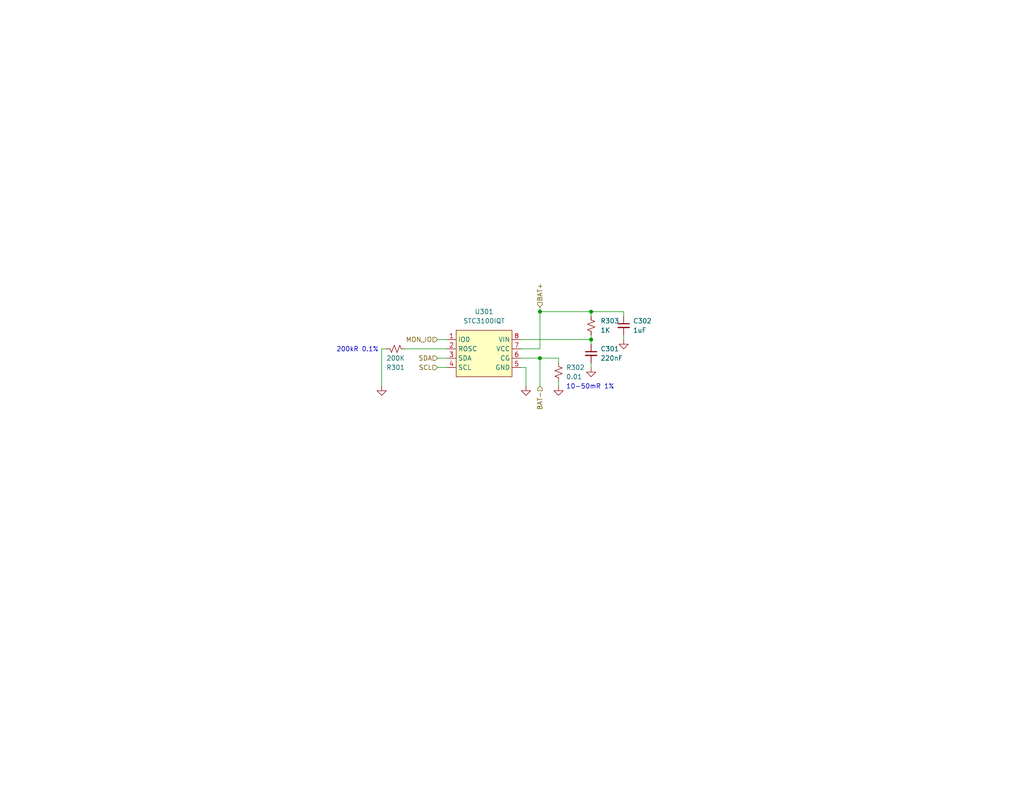
<source format=kicad_sch>
(kicad_sch (version 20231120) (generator "eeschema") (generator_version "8.0")
  (paper "USLetter")
  (title_block (title "BT Bike Light") (date "2024-08-24") (rev "A") (company "Embedded Shark, LLC") (comment 1 "Ben Owen"))
  (lib_symbols
    (symbol "Device:C_Small" (pin_numbers hide) (pin_names (offset 0.254) hide)
      (property "Reference" "C" (at 0.254 1.778 0))
      (property "Value" "C_Small" (at 0.254 -2.032 0))
      (symbol "C_Small_0_1"
        (polyline (pts (xy -1.524 -0.508) (xy 1.524 -0.508)) (stroke (width 0.3302)))
        (polyline (pts (xy -1.524 0.508) (xy 1.524 0.508)) (stroke (width 0.3048)))
      )
      (symbol "C_Small_1_1"
        (pin passive line (at 0 2.54 270) (length 2.032) (name "~") (number "1"))
        (pin passive line (at 0 -2.54 90) (length 2.032) (name "~") (number "2"))
      )
    )
    (symbol "Device:R_Small_US" (pin_numbers hide) (pin_names (offset 0.254) hide)
      (property "Reference" "R" (at 0.762 0.508 0))
      (property "Value" "R_Small_US" (at 0.762 -1.016 0))
      (symbol "R_Small_US_1_1"
        (polyline (pts (xy 0 0) (xy 1.016 -0.381) (xy 0 -0.762) (xy -1.016 -1.143) (xy 0 -1.524)))
        (polyline (pts (xy 0 1.524) (xy 1.016 1.143) (xy 0 0.762) (xy -1.016 0.381) (xy 0 0)))
        (pin passive line (at 0 2.54 270) (length 1.016) (name "~") (number "1"))
        (pin passive line (at 0 -2.54 90) (length 1.016) (name "~") (number "2"))
      )
    )
    (symbol "STMicroelectronics:STC3100"
      (property "Reference" "U" (at 0 7.62 0))
      (property "Value" "STC3100IQT" (at 0 9.652 0))
      (symbol "STC3100_1_1"
        (rectangle (start -7.62 6.35) (end 7.62 -6.35) (fill (type background)))
        (pin bidirectional line (at -10.16 3.81 0) (length 2.54) (name "IO0") (number "1"))
        (pin passive line (at -10.16 1.27 0) (length 2.54) (name "ROSC") (number "2"))
        (pin bidirectional line (at -10.16 -1.27 0) (length 2.54) (name "SDA") (number "3"))
        (pin bidirectional line (at -10.16 -3.81 0) (length 2.54) (name "SCL") (number "4"))
        (pin power_in line (at 10.16 -3.81 180) (length 2.54) (name "GND") (number "5"))
        (pin input line (at 10.16 -1.27 180) (length 2.54) (name "CG") (number "6"))
        (pin power_in line (at 10.16 1.27 180) (length 2.54) (name "VCC") (number "7"))
        (pin input line (at 10.16 3.81 180) (length 2.54) (name "VIN") (number "8"))
        (pin unspecified line (at 10.16 -3.81 180) (length 2.54) hide (name "EP") (number "9"))
      )
    )
    (symbol "power:GND" (power) (pin_numbers hide) (pin_names (offset 0) hide)
      (property "Value" "GND" (at 0 -3.81 0))
      (symbol "GND_0_1"
        (polyline (pts (xy 0 0) (xy 0 -1.27) (xy 1.27 -1.27) (xy 0 -2.54) (xy -1.27 -1.27) (xy 0 -1.27)))
      )
      (symbol "GND_1_1"
        (pin power_in line (at 0 0 270) (length 0) (name "~") (number "1"))
      )
    )
  )
  (junction (at 147.32 85.09))
  (junction (at 147.32 97.79))
  (junction (at 161.29 85.09))
  (junction (at 161.29 92.71))
  (wire (pts (xy 147.32 85.09) (xy 161.29 85.09)))
  (wire (pts (xy 142.24 92.71) (xy 161.29 92.71)))
  (wire (pts (xy 161.29 91.44) (xy 161.29 92.71)))
  (wire (pts (xy 170.18 85.09) (xy 161.29 85.09)))
  (wire (pts (xy 147.32 83.82) (xy 147.32 85.09)))
  (wire (pts (xy 161.29 92.71) (xy 161.29 93.98)))
  (wire (pts (xy 152.4 104.14) (xy 152.4 105.41)))
  (wire (pts (xy 104.14 105.41) (xy 104.14 95.25)))
  (wire (pts (xy 147.32 97.79) (xy 147.32 105.41)))
  (wire (pts (xy 147.32 97.79) (xy 142.24 97.79)))
  (wire (pts (xy 119.38 100.33) (xy 121.92 100.33)))
  (wire (pts (xy 119.38 97.79) (xy 121.92 97.79)))
  (wire (pts (xy 170.18 85.09) (xy 170.18 86.36)))
  (wire (pts (xy 161.29 99.06) (xy 161.29 100.33)))
  (wire (pts (xy 143.51 105.41) (xy 143.51 100.33)))
  (wire (pts (xy 143.51 100.33) (xy 142.24 100.33)))
  (wire (pts (xy 147.32 95.25) (xy 147.32 85.09)))
  (wire (pts (xy 161.29 85.09) (xy 161.29 86.36)))
  (wire (pts (xy 152.4 99.06) (xy 152.4 97.79)))
  (wire (pts (xy 119.38 92.71) (xy 121.92 92.71)))
  (wire (pts (xy 170.18 91.44) (xy 170.18 92.71)))
  (wire (pts (xy 152.4 97.79) (xy 147.32 97.79)))
  (wire (pts (xy 104.14 95.25) (xy 105.41 95.25)))
  (wire (pts (xy 110.49 95.25) (xy 121.92 95.25)))
  (wire (pts (xy 142.24 95.25) (xy 147.32 95.25)))
  (text "200kR 0.1%" (at 97.536 95.504 0) (effects (font (size 1.27 1.27))))
  (text "10-50mR 1%" (at 161.036 105.664 0) (effects (font (size 1.27 1.27))))
  (hierarchical_label "SCL" (shape input) (at 119.38 100.33 180))
  (hierarchical_label "MON_IO" (shape input) (at 119.38 92.71 180))
  (hierarchical_label "BAT+" (shape input) (at 147.32 83.82 90))
  (hierarchical_label "SDA" (shape input) (at 119.38 97.79 180))
  (hierarchical_label "BAT-" (shape input) (at 147.32 105.41 270))
  (symbol (lib_id "power:GND") (at 143.51 105.41 0) (unit 1)
    (property "Reference" "#PWR0302" (effects (hide yes)))
    (property "Value" "GND" (effects (hide yes)))
    (property "Description" "Power symbol creates a global label with name \"GND\" , ground" (effects (hide yes)))
  )
  (symbol (lib_id "Device:R_Small_US") (at 152.4 101.6 0) (unit 1)
    (property "Reference" "R302" (at 154.432 100.33 0) (effects (justify left)))
    (property "Value" "0.01" (at 154.432 102.87 0) (effects (justify left)))
    (property "Footprint" "Resistor_SMD:R_0603_1608Metric" (effects (hide yes)))
    (property "Description" "Resistor, small US symbol" (effects (hide yes)))
  )
  (symbol (lib_id "power:GND") (at 104.14 105.41 0) (unit 1)
    (property "Reference" "#PWR0301" (effects (hide yes)))
    (property "Value" "GND" (effects (hide yes)))
    (property "Description" "Power symbol creates a global label with name \"GND\" , ground" (effects (hide yes)))
  )
  (symbol (lib_id "Device:C_Small") (at 161.29 96.52 0) (unit 1)
    (property "Reference" "C301" (at 163.83 95.2562 0) (effects (justify left)))
    (property "Value" "220nF" (at 163.83 97.7962 0) (effects (justify left)))
    (property "Footprint" "Capacitor_SMD:C_0402_1005Metric" (effects (hide yes)))
    (property "Description" "Unpolarized capacitor, small symbol" (effects (hide yes)))
  )
  (symbol (lib_id "power:GND") (at 161.29 100.33 0) (unit 1)
    (property "Reference" "#PWR0304" (effects (hide yes)))
    (property "Value" "GND" (effects (hide yes)))
    (property "Description" "Power symbol creates a global label with name \"GND\" , ground" (effects (hide yes)))
  )
  (symbol (lib_id "Device:R_Small_US") (at 107.95 95.25 90) (mirror x) (unit 1)
    (property "Reference" "R301" (at 107.95 100.33 90))
    (property "Value" "200K" (at 107.95 97.79 90))
    (property "Footprint" "Resistor_SMD:R_0603_1608Metric" (effects (hide yes)))
    (property "Description" "Resistor, small US symbol" (effects (hide yes)))
  )
  (symbol (lib_id "STMicroelectronics:STC3100") (at 132.08 96.52 0) (unit 1)
    (property "Reference" "U301" (at 132.08 85.09 0))
    (property "Value" "STC3100IQT" (at 132.08 87.63 0))
    (property "Footprint" "Package_DFN_QFN:DFN-8-1EP_3x3mm_P0.5mm_EP1.7x2.4mm" (effects (hide yes)))
    (property "Datasheet" "https://www.st.com/content/ccc/resource/technical/document/datasheet/cb/7e/b5/82/36/e5/4c/f1/CD00219947.pdf/files/CD00219947.pdf/jcr:content/translations/en.CD00219947.pdf" (effects (hide yes)))
    (property "Description" "Battery monitor IC with Coulomb counter/gas gauge" (effects (hide yes)))
  )
  (symbol (lib_id "power:GND") (at 152.4 105.41 0) (unit 1)
    (property "Reference" "#PWR0303" (effects (hide yes)))
    (property "Value" "GND" (effects (hide yes)))
    (property "Description" "Power symbol creates a global label with name \"GND\" , ground" (effects (hide yes)))
  )
  (symbol (lib_id "Device:R_Small_US") (at 161.29 88.9 0) (unit 1)
    (property "Reference" "R303" (at 163.83 87.6299 0) (effects (justify left)))
    (property "Value" "1K" (at 163.83 90.1699 0) (effects (justify left)))
    (property "Footprint" "Resistor_SMD:R_0402_1005Metric" (effects (hide yes)))
    (property "Description" "Resistor, small US symbol" (effects (hide yes)))
  )
  (symbol (lib_id "power:GND") (at 170.18 92.71 0) (mirror y) (unit 1)
    (property "Reference" "#PWR0305" (effects (hide yes)))
    (property "Value" "GND" (effects (hide yes)))
    (property "Description" "Power symbol creates a global label with name \"GND\" , ground" (effects (hide yes)))
  )
  (symbol (lib_id "Device:C_Small") (at 170.18 88.9 0) (unit 1)
    (property "Reference" "C302" (at 172.72 87.6362 0) (effects (justify left)))
    (property "Value" "1uF" (at 172.72 90.1762 0) (effects (justify left)))
    (property "Footprint" "Capacitor_SMD:C_0402_1005Metric" (effects (hide yes)))
    (property "Description" "Unpolarized capacitor, small symbol" (effects (hide yes)))
  )
)
</source>
